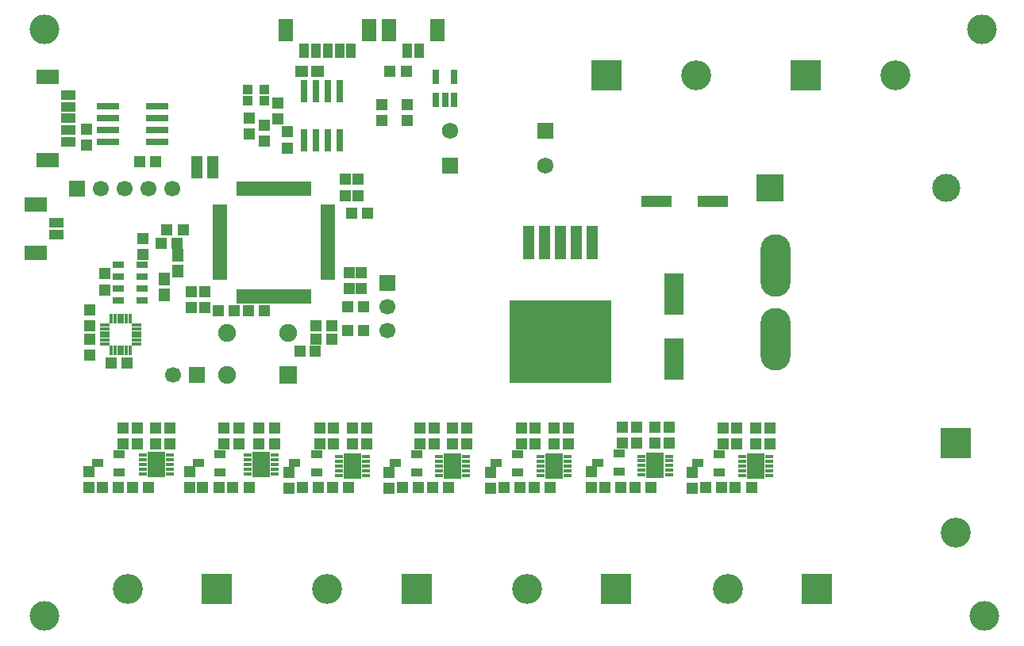
<source format=gbr>
%TF.GenerationSoftware,Novarm,DipTrace,3.3.0.1*%
%TF.CreationDate,2018-11-14T10:14:43-08:00*%
%FSLAX26Y26*%
%MOIN*%
%TF.FileFunction,Soldermask,Top*%
%TF.Part,Single*%
%AMOUTLINE1*
4,1,4,
0.023625,-0.025594,
-0.023625,-0.025594,
-0.023625,0.025594,
0.023625,0.025594,
0.023625,-0.025594,
0*%
%AMOUTLINE4*
4,1,4,
-0.023625,0.025594,
0.023625,0.025594,
0.023625,-0.025594,
-0.023625,-0.025594,
-0.023625,0.025594,
0*%
%AMOUTLINE7*
4,1,4,
-0.025594,-0.023625,
-0.025594,0.023625,
0.025594,0.023625,
0.025594,-0.023625,
-0.025594,-0.023625,
0*%
%AMOUTLINE10*
4,1,4,
0.21457,-0.173231,
-0.21457,-0.173231,
-0.21457,0.173231,
0.21457,0.173231,
0.21457,-0.173231,
0*%
%AMOUTLINE13*
4,1,4,
0.023625,-0.070869,
-0.023625,-0.070869,
-0.023625,0.070869,
0.023625,0.070869,
0.023625,-0.070869,
0*%
%ADD70C,0.124803*%
%ADD79R,0.074809X0.106305*%
%ADD81R,0.035439X0.017723*%
%ADD83R,0.049219X0.033471*%
%ADD85R,0.096463X0.062998*%
%ADD87R,0.059061X0.041345*%
%ADD89R,0.045282X0.029534*%
%ADD91R,0.043313X0.039376*%
%ADD93R,0.030321X0.059849*%
%ADD95R,0.017329X0.038431*%
%ADD97R,0.038431X0.017329*%
%ADD99R,0.064967X0.019691*%
%ADD101R,0.019691X0.064967*%
%ADD103R,0.094494X0.031502*%
%ADD105R,0.062998X0.096463*%
%ADD107R,0.041345X0.059061*%
%ADD109C,0.074809*%
%ADD111R,0.074809X0.074809*%
%ADD113O,0.12599X0.263786*%
%ADD115C,0.06788*%
%ADD117R,0.06788X0.06788*%
%ADD119R,0.045282X0.04725*%
%ADD121C,0.12599*%
%ADD123R,0.12599X0.12599*%
%ADD125R,0.031502X0.094494*%
%ADD127C,0.066935*%
%ADD129R,0.066935X0.066935*%
%ADD131C,0.118116*%
%ADD133R,0.118116X0.118116*%
%ADD135R,0.082683X0.173234*%
%ADD137R,0.129927X0.051187*%
%ADD139R,0.04725X0.051187*%
%ADD141R,0.051187X0.04725*%
%ADD152OUTLINE1*%
%ADD155OUTLINE4*%
%ADD158OUTLINE7*%
%ADD161OUTLINE10*%
%ADD164OUTLINE13*%
G75*
G01*
%LPD*%
D141*
X988188Y2527558D3*
X921259D3*
X1318123Y1899746D3*
X1251193D3*
X1811023Y2311023D3*
X1877952D3*
X799360Y1681025D3*
X866289D3*
D139*
X710235Y1837259D3*
Y1904188D3*
Y1781015D3*
Y1714086D3*
D141*
X1011810Y2185039D3*
X1078739D3*
D139*
X933070Y2137794D3*
Y2204724D3*
X774359Y2055986D3*
Y1989057D3*
D141*
X1661835Y1837246D3*
X1728764D3*
D139*
X1800294Y2059579D3*
Y1992650D3*
X1136860Y1980994D3*
Y1914065D3*
D137*
X3090550Y2362204D3*
X3326771D3*
D139*
X1193109Y1980994D3*
Y1914065D3*
D141*
X1661835Y1780997D3*
X1728764D3*
D139*
X1850294Y2059579D3*
Y1992650D3*
X1838582Y2385826D3*
Y2452755D3*
X1783464Y2385826D3*
Y2452755D3*
D141*
X1228346Y2480314D3*
X1161417D3*
X1228346Y2527558D3*
X1161417D3*
D139*
X1541582Y2652829D3*
Y2585899D3*
X1937007Y2700787D3*
Y2767716D3*
D141*
X1443109Y1899746D3*
X1376180D3*
D135*
X3165354Y1972440D3*
Y1696850D3*
D133*
X3566928Y2417322D3*
D131*
X4308661D3*
D129*
X1961859Y2018490D3*
D127*
Y1918490D3*
Y1818490D3*
D125*
X1611859Y2618427D3*
X1661859D3*
X1711859D3*
X1761859D3*
X1611859Y2823151D3*
X1661859D3*
X1711859D3*
X1761859D3*
D123*
X2881889Y2889743D3*
D121*
X3256889D3*
D123*
X3718523D3*
D121*
X4093523D3*
D123*
X4347932Y1342991D3*
D121*
Y967991D3*
D123*
X3764251Y730806D3*
D121*
X3389251D3*
D123*
X2921731D3*
D121*
X2546731D3*
D123*
X2083149D3*
D121*
X1708149D3*
D123*
X1244566D3*
D121*
X869566D3*
D119*
X1593109Y1731020D3*
X1656102D3*
D117*
X2224409Y2509842D3*
D115*
X2624409D3*
D117*
X2624015Y2657480D3*
D115*
X2224015D3*
D129*
X656751Y2415460D3*
D127*
X756751D3*
X856751D3*
X956751D3*
X1056751D3*
D113*
X3590550Y2090550D3*
Y1779527D3*
D152*
X1080609Y2068485D3*
Y2135414D3*
D155*
X1024360Y1968495D3*
Y2035424D3*
D141*
X2039074Y2907865D3*
X1972145D3*
D139*
X2043306Y2767716D3*
Y2700787D3*
X1443109Y2680920D3*
Y2613991D3*
X1380616Y2712165D3*
Y2645235D3*
X1499360Y2774661D3*
Y2707731D3*
D141*
X1102361Y2240157D3*
X1035432D3*
X1793108Y1818511D3*
X1860037D3*
X1793108Y1918501D3*
X1860037D3*
D139*
X696457Y2598524D3*
Y2665453D3*
D158*
X1599361Y2906528D3*
X1666291D3*
D129*
X1161860Y1631031D3*
D127*
X1061860D3*
D111*
X1543109D3*
D109*
Y1808196D3*
X1287204D3*
Y1631031D3*
D107*
X2043897Y2993138D3*
X2093109D3*
D105*
X2169881Y3079556D3*
X1967125D3*
D103*
X992444Y2610098D3*
Y2660098D3*
Y2710098D3*
Y2760098D3*
X787720Y2610098D3*
Y2660098D3*
Y2710098D3*
Y2760098D3*
D101*
X1336859Y1962246D3*
X1356544D3*
X1376229D3*
X1395914D3*
X1415599D3*
X1435284D3*
X1454969D3*
X1474654D3*
X1494339D3*
X1514024D3*
X1533709D3*
X1553394D3*
X1573079D3*
X1592764D3*
X1612449D3*
X1632134D3*
D99*
X1710875Y2040986D3*
Y2060671D3*
Y2080356D3*
Y2100041D3*
Y2119726D3*
Y2139411D3*
Y2159096D3*
Y2178781D3*
Y2198466D3*
Y2218151D3*
Y2237836D3*
Y2257522D3*
Y2277207D3*
Y2296892D3*
Y2316577D3*
Y2336262D3*
D101*
X1632134Y2415002D3*
X1612449D3*
X1592764D3*
X1573079D3*
X1553394D3*
X1533709D3*
X1514024D3*
X1494339D3*
X1474654D3*
X1454969D3*
X1435284D3*
X1415599D3*
X1395914D3*
X1376229D3*
X1356544D3*
X1336859D3*
D99*
X1258119Y2336262D3*
Y2316577D3*
Y2296892D3*
Y2277207D3*
Y2257522D3*
Y2237836D3*
Y2218151D3*
Y2198466D3*
Y2178781D3*
Y2159096D3*
Y2139411D3*
Y2119726D3*
Y2100041D3*
Y2080356D3*
Y2060671D3*
Y2040986D3*
D97*
X774352Y1824760D3*
Y1809012D3*
Y1793264D3*
Y1840508D3*
Y1777516D3*
Y1761768D3*
D95*
X801045Y1735075D3*
X816793D3*
X832541D3*
X848289D3*
X864037D3*
X879785D3*
D97*
X906478Y1761768D3*
Y1777516D3*
Y1793264D3*
Y1809012D3*
Y1824760D3*
Y1840508D3*
D95*
X801045Y1867201D3*
X816793D3*
X832541D3*
X848289D3*
X864037D3*
X879785D3*
D93*
X2165354Y2787401D3*
X2202755D3*
X2240157D3*
Y2885826D3*
X2165354D3*
D91*
X1374350Y2830880D3*
Y2783636D3*
X1445216D3*
Y2830880D3*
D89*
X830609Y2093482D3*
Y1995057D3*
Y2044270D3*
Y1945844D3*
X930609Y2093482D3*
Y2044270D3*
Y1995057D3*
Y1945844D3*
D87*
X621456Y2611023D3*
Y2660235D3*
Y2709448D3*
Y2758661D3*
Y2807873D3*
D85*
X535039Y2884645D3*
Y2534251D3*
D161*
X2687007Y1771658D3*
D164*
X2820865Y2188981D3*
X2753936D3*
X2687007D3*
X2620078D3*
X2553149D3*
D107*
X1611857Y2994707D3*
X1661070D3*
X1710283D3*
X1759495D3*
X1808708D3*
D105*
X1885480Y3081124D3*
X1535086D3*
D87*
X570865Y2220472D3*
Y2269684D3*
D85*
X484448Y2346456D3*
Y2143700D3*
D139*
X3085432Y1344264D3*
Y1411193D3*
X3144487Y1344264D3*
Y1411193D3*
X3006692Y1344264D3*
Y1411193D3*
D83*
X2933857Y1224776D3*
Y1299579D3*
X2843306Y1262178D3*
D141*
X2874802Y1158634D3*
X2941731D3*
D139*
X2817716Y1157256D3*
Y1224186D3*
D141*
X3000787Y1158595D3*
X3067716D3*
D139*
X2947637Y1344264D3*
Y1411193D3*
D81*
X3028346Y1289146D3*
Y1269461D3*
Y1249776D3*
Y1230091D3*
Y1210406D3*
X3142519Y1289146D3*
Y1269461D3*
Y1249776D3*
Y1230091D3*
Y1210406D3*
D79*
X3085432Y1249776D3*
D139*
X2660235Y1341692D3*
Y1408621D3*
X2719291Y1341692D3*
Y1408621D3*
X2581495Y1341692D3*
Y1408621D3*
D83*
X2508661Y1222204D3*
Y1297007D3*
X2418109Y1259606D3*
D141*
X2449606Y1156062D3*
X2516535D3*
D139*
X2392519Y1154684D3*
Y1221613D3*
D141*
X2575590Y1156023D3*
X2642519D3*
D139*
X2522440Y1341692D3*
Y1408621D3*
D81*
X2603149Y1286574D3*
Y1266889D3*
Y1247204D3*
Y1227519D3*
Y1207834D3*
X2717322Y1286574D3*
Y1266889D3*
Y1247204D3*
Y1227519D3*
Y1207834D3*
D79*
X2660235Y1247204D3*
D139*
X3506692Y1341676D3*
Y1408606D3*
X3565747Y1341676D3*
Y1408606D3*
X3427952Y1341676D3*
Y1408606D3*
D83*
X3355117Y1222199D3*
Y1297002D3*
X3264566Y1259600D3*
D141*
X3296062Y1156041D3*
X3362991D3*
D139*
X3238976Y1154669D3*
Y1221598D3*
D141*
X3422046Y1156041D3*
X3488976D3*
D139*
X3368897Y1341676D3*
Y1408606D3*
D81*
X3449606Y1286558D3*
Y1266873D3*
Y1247188D3*
Y1227503D3*
Y1207818D3*
X3563779Y1286558D3*
Y1266873D3*
Y1247188D3*
Y1227503D3*
Y1207818D3*
D79*
X3506692Y1247188D3*
D139*
X2235039Y1341692D3*
Y1408621D3*
X2294094Y1341692D3*
Y1408621D3*
X2156298Y1341692D3*
Y1408621D3*
D83*
X2083464Y1222204D3*
Y1297007D3*
X1992913Y1259606D3*
D141*
X2024409Y1156062D3*
X2091338D3*
D139*
X1967322Y1154684D3*
Y1221613D3*
D141*
X2150393Y1156023D3*
X2217322D3*
D139*
X2097243Y1341692D3*
Y1408621D3*
D81*
X2177952Y1286574D3*
Y1266889D3*
Y1247204D3*
Y1227519D3*
Y1207834D3*
X2292125Y1286574D3*
Y1266889D3*
Y1247204D3*
Y1227519D3*
Y1207834D3*
D79*
X2235039Y1247204D3*
D139*
X1813779Y1341692D3*
Y1408621D3*
X1872834Y1341692D3*
Y1408621D3*
X1735039Y1341692D3*
Y1408621D3*
D83*
X1662204Y1222204D3*
Y1297007D3*
X1571653Y1259606D3*
D141*
X1603149Y1156062D3*
X1670078D3*
D139*
X1546062Y1154684D3*
Y1221613D3*
D141*
X1729133Y1156023D3*
X1796062D3*
D139*
X1675983Y1341692D3*
Y1408621D3*
D81*
X1756692Y1286574D3*
Y1266889D3*
Y1247204D3*
Y1227519D3*
Y1207834D3*
X1870865Y1286574D3*
Y1266889D3*
Y1247204D3*
Y1227519D3*
Y1207834D3*
D79*
X1813779Y1247204D3*
D139*
X1486708Y1341692D3*
Y1408621D3*
X1419133Y1341692D3*
Y1408621D3*
X1337474Y1341692D3*
Y1408621D3*
D83*
X1258297Y1222204D3*
Y1297007D3*
X1167746Y1259606D3*
D141*
X1185472Y1156062D3*
X1252401D3*
D139*
X1130766D3*
Y1222991D3*
D141*
X1311913Y1156062D3*
X1378842D3*
D139*
X1274178Y1341692D3*
Y1408621D3*
D81*
X1374369Y1293543D3*
Y1273857D3*
Y1254172D3*
Y1234487D3*
Y1214802D3*
X1488543Y1293543D3*
Y1273857D3*
Y1254172D3*
Y1234487D3*
Y1214802D3*
D79*
X1431456Y1254172D3*
D139*
X988188Y1341692D3*
Y1408621D3*
X1047243Y1341692D3*
Y1408621D3*
X909448Y1341692D3*
Y1408621D3*
D83*
X833464Y1222204D3*
Y1297007D3*
X742913Y1259606D3*
D141*
X764714Y1156044D3*
X831644D3*
D139*
X707775D3*
Y1222973D3*
D141*
X891535Y1156044D3*
X958464D3*
D139*
X850393Y1341692D3*
Y1408621D3*
D81*
X933464Y1293529D3*
Y1273844D3*
Y1254159D3*
Y1234474D3*
Y1214789D3*
X1047637Y1293529D3*
Y1273844D3*
Y1254159D3*
Y1234474D3*
Y1214789D3*
D79*
X990550Y1254159D3*
D70*
X4456692Y3082676D3*
X519684D3*
X4468503Y618109D3*
X519684D3*
M02*

</source>
